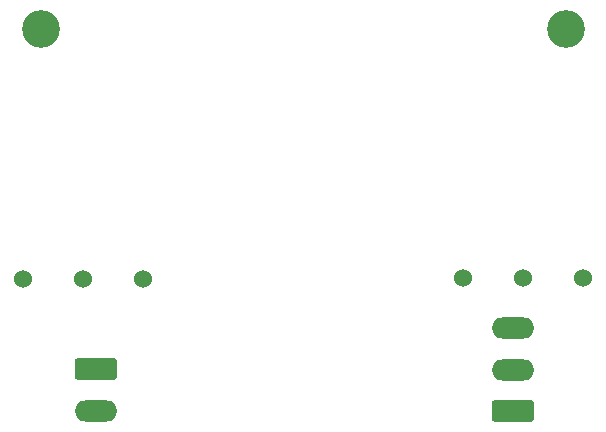
<source format=gbr>
%TF.GenerationSoftware,KiCad,Pcbnew,7.0.10*%
%TF.CreationDate,2024-02-26T13:26:31+01:00*%
%TF.ProjectId,servoFrogSwitches,73657276-6f46-4726-9f67-537769746368,rev?*%
%TF.SameCoordinates,Original*%
%TF.FileFunction,Soldermask,Bot*%
%TF.FilePolarity,Negative*%
%FSLAX46Y46*%
G04 Gerber Fmt 4.6, Leading zero omitted, Abs format (unit mm)*
G04 Created by KiCad (PCBNEW 7.0.10) date 2024-02-26 13:26:31*
%MOMM*%
%LPD*%
G01*
G04 APERTURE LIST*
G04 Aperture macros list*
%AMRoundRect*
0 Rectangle with rounded corners*
0 $1 Rounding radius*
0 $2 $3 $4 $5 $6 $7 $8 $9 X,Y pos of 4 corners*
0 Add a 4 corners polygon primitive as box body*
4,1,4,$2,$3,$4,$5,$6,$7,$8,$9,$2,$3,0*
0 Add four circle primitives for the rounded corners*
1,1,$1+$1,$2,$3*
1,1,$1+$1,$4,$5*
1,1,$1+$1,$6,$7*
1,1,$1+$1,$8,$9*
0 Add four rect primitives between the rounded corners*
20,1,$1+$1,$2,$3,$4,$5,0*
20,1,$1+$1,$4,$5,$6,$7,0*
20,1,$1+$1,$6,$7,$8,$9,0*
20,1,$1+$1,$8,$9,$2,$3,0*%
G04 Aperture macros list end*
%ADD10C,1.524000*%
%ADD11O,3.600000X1.800000*%
%ADD12RoundRect,0.250000X1.550000X-0.650000X1.550000X0.650000X-1.550000X0.650000X-1.550000X-0.650000X0*%
%ADD13C,3.200000*%
%ADD14RoundRect,0.250000X-1.550000X0.650000X-1.550000X-0.650000X1.550000X-0.650000X1.550000X0.650000X0*%
G04 APERTURE END LIST*
D10*
%TO.C,SW502*%
X109202000Y-87687000D03*
X99042000Y-87677000D03*
X104122000Y-87677000D03*
%TD*%
%TO.C,SW501*%
X136273000Y-87560000D03*
X141353000Y-87550000D03*
X146433000Y-87550000D03*
%TD*%
D11*
%TO.C,J1*%
X140500000Y-91838000D03*
X140500000Y-95338000D03*
D12*
X140500000Y-98838000D03*
%TD*%
D13*
%TO.C,REF\u002A\u002A*%
X145000000Y-66500000D03*
%TD*%
%TO.C,REF\u002A\u002A*%
X100500000Y-66500000D03*
%TD*%
D11*
%TO.C,J2*%
X105156000Y-98806000D03*
D14*
X105156000Y-95306000D03*
%TD*%
M02*

</source>
